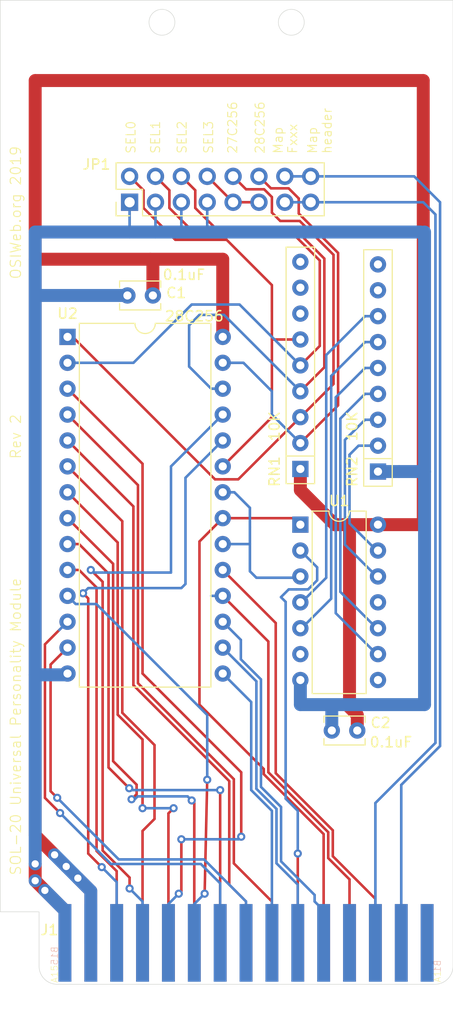
<source format=kicad_pcb>
(kicad_pcb (version 20211014) (generator pcbnew)
  (layers (0 "F.Cu" signal) (31 "B.Cu" signal) (34 "B.Paste" user) (35 "F.Paste" user) (36 "B.SilkS" user "B.Silkscreen") (37 "F.SilkS" user "F.Silkscreen") (38 "B.Mask" user) (39 "F.Mask" user) (44 "Edge.Cuts" user))
  (net 0 "")
  (net 1 "GND")
  (net 2 "+5V")
  (net 3 "Net-(U1-Pad6)")
  (net 4 "Net-(U1-Pad11)")
  (net 5 "Net-(U1-Pad3)")
  (net 6 "/~{C4}")
  (net 7 "Net-(U1-Pad8)")
  (net 8 "/~{C0}")
  (net 9 "/INT4")
  (net 10 "/INT3")
  (net 11 "/INT2")
  (net 12 "/INT1")
  (net 13 "/INT0")
  (net 14 "/A0")
  (net 15 "/A8")
  (net 16 "/A1")
  (net 17 "/A9")
  (net 18 "/A2")
  (net 19 "/A3")
  (net 20 "/A4")
  (net 21 "/A5")
  (net 22 "/A6")
  (net 23 "/INT7")
  (net 24 "/A7")
  (net 25 "/INT6")
  (net 26 "/INT5")
  (net 27 "/BKSEL_0")
  (net 28 "/BKSEL_1")
  (net 29 "/BKSEL_2")
  (net 30 "/BKSEL_3")
  (net 31 "Net-(J1-PadB2)")
  (net 32 "Net-(J1-PadB3)")
  (net 33 "Net-(JP1-Pad12)")
  (net 34 "Net-(JP1-Pad10)")
  (net 35 "Net-(RN2-Pad9)")
  (net 36 "Net-(RN2-Pad8)")
  (net 37 "Net-(RN2-Pad7)")
  (net 38 "Net-(RN2-Pad6)")
  (net 39 "Net-(RN2-Pad5)")
  (net 40 "Net-(RN2-Pad4)")
  (net 41 "Net-(RN2-Pad3)")
  (net 42 "Net-(RN2-Pad2)")
  (net 43 "Net-(RN1-Pad9)")
  (net 44 "Net-(RN1-Pad8)")
  (net 45 "Net-(RN1-Pad7)")
  (footprint "Capacitor_THT:C_Disc_D3.8mm_W2.6mm_P2.50mm" (layer "F.Cu") (at 130.302 80.518 180)
    (fp_text reference "C1" (at -2.286 0.254) (layer "F.SilkS"))
    (fp_text value "0.1uF" (at -3.048 2.032) (layer "F.SilkS"))
    (fp_line (start -0.77 -1.42) (end -0.77 -0.795) (layer "F.SilkS") (width 0.12))
    (fp_line (start -0.77 -1.42) (end 3.27 -1.42) (layer "F.SilkS") (width 0.12))
    (fp_line (start 3.27 -1.42) (end 3.27 -0.795) (layer "F.SilkS") (width 0.12))
    (fp_line (start 3.27 0.795) (end 3.27 1.42) (layer "F.SilkS") (width 0.12))
    (fp_line (start -0.77 0.795) (end -0.77 1.42) (layer "F.SilkS") (width 0.12))
    (fp_line (start -0.77 1.42) (end 3.27 1.42) (layer "F.SilkS") (width 0.12))
    (pad "1" thru_hole circle locked (at 0 0 180) (size 1.6 1.6) (drill 0.8) (layers *.Cu *.Mask) (net 2 "+5V"))
    (pad "2" thru_hole circle locked (at 2.5 0 180) (size 1.6 1.6) (drill 0.8) (layers *.Cu *.Mask) (net 1 "GND"))
  )
  (footprint "personality:edge-sol-personaltiy-2.54-30" (layer "F.Cu") (at 131.826 151.638)
    (fp_text reference "J1" (at -11.684 -8.89) (layer "F.SilkS"))
    (fp_text value "Personality-connector")
    (fp_text user "B15" (at -11.176 -6.35 90) (layer "B.SilkS") (effects (font (size 0.635 0.635) (thickness 0.0508)) (justify mirror)))
    (fp_text user "B1" (at 26.416 -5.334 90) (layer "B.SilkS") (effects (font (size 0.635 0.635) (thickness 0.0508)) (justify mirror)))
    (fp_text user "A15" (at -11.176 -4.572 90) (layer "F.SilkS") (effects (font (size 0.635 0.635) (thickness 0.0508))))
    (fp_text user "A1" (at 26.416 -4.318 90) (layer "F.SilkS") (effects (font (size 0.635 0.635) (thickness 0.0508))))
    (pad "A1" connect rect locked (at 25.4 -7.62) (size 1.27 7.62) (layers "F.Cu" "F.Mask"))
    (pad "A2" connect rect locked (at 22.86 -7.62) (size 1.27 7.62) (layers "F.Cu" "F.Mask"))
    (pad "A3" connect rect locked (at 20.32 -7.62) (size 1.27 7.62) (layers "F.Cu" "F.Mask") (net 23 "/INT7"))
    (pad "A4" connect rect locked (at 17.78 -7.62) (size 1.27 7.62) (layers "F.Cu" "F.Mask") (net 25 "/INT6"))
    (pad "A5" connect rect locked (at 15.24 -7.62) (size 1.27 7.62) (layers "F.Cu" "F.Mask") (net 8 "/~{C0}"))
    (pad "A6" connect rect locked (at 12.7 -7.62) (size 1.27 7.62) (layers "F.Cu" "F.Mask") (net 6 "/~{C4}"))
    (pad "A7" connect rect locked (at 10.16 -7.62) (size 1.27 7.62) (layers "F.Cu" "F.Mask") (net 22 "/A6"))
    (pad "A8" connect rect locked (at 7.62 -7.62) (size 1.27 7.62) (layers "F.Cu" "F.Mask") (net 21 "/A5"))
    (pad "A9" connect rect locked (at 5.08 -7.62) (size 1.27 7.62) (layers "F.Cu" "F.Mask") (net 16 "/A1"))
    (pad "A10" connect rect locked (at 2.54 -7.62) (size 1.27 7.62) (layers "F.Cu" "F.Mask") (net 18 "/A2"))
    (pad "A11" connect rect locked (at 0 -7.62) (size 1.27 7.62) (layers "F.Cu" "F.Mask") (net 19 "/A3"))
    (pad "A12" connect rect locked (at -2.54 -7.62) (size 1.27 7.62) (layers "F.Cu" "F.Mask") (net 20 "/A4"))
    (pad "A13" connect rect locked (at -5.08 -7.62) (size 1.27 7.62) (layers "F.Cu" "F.Mask") (net 14 "/A0"))
    (pad "A14" connect rect locked (at -7.62 -7.62) (size 1.27 7.62) (layers "F.Cu" "F.Mask") (net 2 "+5V"))
    (pad "A15" connect rect locked (at -10.16 -7.62) (size 1.27 7.62) (layers "F.Cu" "F.Mask") (net 1 "GND"))
    (pad "B1" connect rect locked (at 25.4 -7.62) (size 1.27 7.62) (layers "B.Cu" "B.Mask"))
    (pad "B2" connect rect locked (at 22.86 -7.62) (size 1.27 7.62) (layers "B.Cu" "B.Mask") (net 31 "Net-(J1-PadB2)"))
    (pad "B3" connect rect locked (at 20.32 -7.62) (size 1.27 7.62) (layers "B.Cu" "B.Mask") (net 32 "Net-(J1-PadB3)"))
    (pad "B4" connect rect locked (at 17.78 -7.62) (size 1.27 7.62) (layers "B.Cu" "B.Mask"))
    (pad "B5" connect rect locked (at 15.24 -7.62) (size 1.27 7.62) (layers "B.Cu" "B.Mask") (net 26 "/INT5"))
    (pad "B6" connect rect locked (at 12.7 -7.62) (size 1.27 7.62) (layers "B.Cu" "B.Mask") (net 9 "/INT4"))
    (pad "B7" connect rect locked (at 10.16 -7.62) (size 1.27 7.62) (layers "B.Cu" "B.Mask") (net 10 "/INT3"))
    (pad "B8" connect rect locked (at 7.62 -7.62) (size 1.27 7.62) (layers "B.Cu" "B.Mask") (net 11 "/INT2"))
    (pad "B9" connect rect locked (at 5.08 -7.62) (size 1.27 7.62) (layers "B.Cu" "B.Mask") (net 12 "/INT1"))
    (pad "B10" connect rect locked (at 2.54 -7.62) (size 1.27 7.62) (layers "B.Cu" "B.Mask") (net 13 "/INT0"))
    (pad "B11" connect rect locked (at 0 -7.62) (size 1.27 7.62) (layers "B.Cu" "B.Mask") (net 24 "/A7"))
    (pad "B12" connect rect locked (at -2.54 -7.62) (size 1.27 7.62) (layers "B.Cu" "B.Mask") (net 15 "/A8"))
    (pad "B13" connect rect locked (at -5.08 -7.62) (size 1.27 7.62) (layers "B.Cu" "B.Mask") (net 17 "/A9"))
    (pad "B14" connect rect locked (at -7.62 -7.62) (size 1.27 7.62) (layers "B.Cu" "B.Mask") (net 2 "+5V"))
    (pad "B15" connect rect locked (at -10.16 -7.62) (size 1.27 7.62) (layers "B.Cu" "B.Mask") (net 1 "GND"))
  )
  (footprint "Capacitor_THT:C_Disc_D3.8mm_W2.6mm_P2.50mm" (layer "F.Cu") (at 150.368 123.19 180)
    (fp_text reference "C2" (at -2.286 0.762) (layer "F.SilkS"))
    (fp_text value "0.1uF" (at -3.302 -1.143) (layer "F.SilkS"))
    (fp_line (start -0.77 -1.42) (end 3.27 -1.42) (layer "F.SilkS") (width 0.12))
    (fp_line (start 3.27 -1.42) (end 3.27 -0.795) (layer "F.SilkS") (width 0.12))
    (fp_line (start -0.77 0.795) (end -0.77 1.42) (layer "F.SilkS") (width 0.12))
    (fp_line (start -0.77 1.42) (end 3.27 1.42) (layer "F.SilkS") (width 0.12))
    (fp_line (start 3.27 0.795) (end 3.27 1.42) (layer "F.SilkS") (width 0.12))
    (fp_line (start -0.77 -1.42) (end -0.77 -0.795) (layer "F.SilkS") (width 0.12))
    (pad "1" thru_hole circle locked (at 0 0 180) (size 1.6 1.6) (drill 0.8) (layers *.Cu *.Mask) (net 2 "+5V"))
    (pad "2" thru_hole circle locked (at 2.5 0 180) (size 1.6 1.6) (drill 0.8) (layers *.Cu *.Mask) (net 1 "GND"))
  )
  (footprint "Package_DIP:DIP-28_W15.24mm" (layer "F.Cu") (at 121.92 84.582)
    (fp_text reference "U2" (at 0 -2.286) (layer "F.SilkS"))
    (fp_text value "28C256" (at 12.446 -2.032) (layer "F.SilkS"))
    (fp_text user "${REFERENCE}" (at 0 -2.286) (layer "F.SilkS"))
    (fp_line (start 14.08 -1.33) (end 8.62 -1.33) (layer "F.SilkS") (width 0.12))
    (fp_line (start 14.08 34.35) (end 14.08 -1.33) (layer "F.SilkS") (width 0.12))
    (fp_line (start 1.16 34.35) (end 14.08 34.35) (layer "F.SilkS") (width 0.12))
    (fp_line (start 1.16 -1.33) (end 1.16 34.35) (layer "F.SilkS") (width 0.12))
    (fp_line (start 6.62 -1.33) (end 1.16 -1.33) (layer "F.SilkS") (width 0.12))
    (fp_arc (start 8.62 -1.33) (mid 7.62 -0.33) (end 6.62 -1.33) (layer "F.SilkS") (width 0.12))
    (pad "1" thru_hole rect locked (at 0 0) (size 1.6 1.6) (drill 0.8) (layers *.Cu *.Mask) (net 34 "Net-(JP1-Pad10)"))
    (pad "2" thru_hole oval locked (at 0 2.54) (size 1.6 1.6) (drill 0.8) (layers *.Cu *.Mask) (net 28 "/BKSEL_1"))
    (pad "3" thru_hole oval locked (at 0 5.08) (size 1.6 1.6) (drill 0.8) (layers *.Cu *.Mask) (net 24 "/A7"))
    (pad "4" thru_hole oval locked (at 0 7.62) (size 1.6 1.6) (drill 0.8) (layers *.Cu *.Mask) (net 22 "/A6"))
    (pad "5" thru_hole oval locked (at 0 10.16) (size 1.6 1.6) (drill 0.8) (layers *.Cu *.Mask) (net 21 "/A5"))
    (pad "6" thru_hole oval locked (at 0 12.7) (size 1.6 1.6) (drill 0.8) (layers *.Cu *.Mask) (net 20 "/A4"))
    (pad "7" thru_hole oval locked (at 0 15.24) (size 1.6 1.6) (drill 0.8) (layers *.Cu *.Mask) (net 19 "/A3"))
    (pad "8" thru_hole oval locked (at 0 17.78) (size 1.6 1.6) (drill 0.8) (layers *.Cu *.Mask) (net 18 "/A2"))
    (pad "9" thru_hole oval locked (at 0 20.32) (size 1.6 1.6) (drill 0.8) (layers *.Cu *.Mask) (net 16 "/A1"))
    (pad "10" thru_hole oval locked (at 0 22.86) (size 1.6 1.6) (drill 0.8) (layers *.Cu *.Mask) (net 14 "/A0"))
    (pad "11" thru_hole oval locked (at 0 25.4) (size 1.6 1.6) (drill 0.8) (layers *.Cu *.Mask) (net 13 "/INT0"))
    (pad "12" thru_hole oval locked (at 0 27.94) (size 1.6 1.6) (drill 0.8) (layers *.Cu *.Mask) (net 12 "/INT1"))
    (pad "13" thru_hole oval locked (at 0 30.48) (size 1.6 1.6) (drill 0.8) (layers *.Cu *.Mask) (net 11 "/INT2"))
    (pad "14" thru_hole oval locked (at 0 33.02) (size 1.6 1.6) (drill 0.8) (layers *.Cu *.Mask) (net 1 "GND"))
    (pad "15" thru_hole oval locked (at 15.24 33.02) (size 1.6 1.6) (drill 0.8) (layers *.Cu *.Mask) (net 10 "/INT3"))
    (pad "16" thru_hole oval locked (at 15.24 30.48) (size 1.6 1.6) (drill 0.8) (layers *.Cu *.Mask) (net 9 "/INT4"))
    (pad "17" thru_hole oval locked (at 15.24 27.94) (size 1.6 1.6) (drill 0.8) (layers *.Cu *.Mask) (net 26 "/INT5"))
    (pad "18" thru_hole oval locked (at 15.24 25.4) (size 1.6 1.6) (drill 0.8) (layers *.Cu *.Mask) (net 25 "/INT6"))
    (pad "19" thru_hole oval locked (at 15.24 22.86) (size 1.6 1.6) (drill 0.8) (layers *.Cu *.Mask) (net 23 "/INT7"))
    (pad "20" thru_hole oval locked (at 15.24 20.32) (size 1.6 1.6) (drill 0.8) (layers *.Cu *.Mask) (net 5 "Net-(U1-Pad3)"))
    (pad "21" thru_hole oval locked (at 15.24 17.78) (size 1.6 1.6) (drill 0.8) (layers *.Cu *.Mask) (net 8 "/~{C0}"))
    (pad "22" thru_hole oval locked (at 15.24 15.24) (size 1.6 1.6) (drill 0.8) (layers *.Cu *.Mask) (net 5 "Net-(U1-Pad3)"))
    (pad "23" thru_hole oval locked (at 15.24 12.7) (size 1.6 1.6) (drill 0.8) (layers *.Cu *.Mask) (net 27 "/BKSEL_0"))
    (pad "24" thru_hole oval locked (at 15.24 10.16) (size 1.6 1.6) (drill 0.8) (layers *.Cu *.Mask) (net 17 "/A9"))
    (pad "25" thru_hole oval locked (at 15.24 7.62) (size 1.6 1.6) (drill 0.8) (layers *.Cu *.Mask) (net 15 "/A8"))
    (pad "26" thru_hole oval locked (at 15.24 5.08) (size 1.6 1.6) (drill 0.8) (layers *.Cu *.Mask) (net 29 "/BKSEL_2"))
    (pad "27" thru_hole oval locked (at 15.24 2.54) (size 1.6 1.6) (drill 0.8) (layers *.Cu *.Mask) (net 33 "Net-(JP1-Pad12)"))
    (pad "28" thru_hole oval locked (at 15.24 0) (size 1.6 1.6) (drill 0.8) (layers *.Cu *.Mask) (net 2 "+5V"))
  )
  (footprint "Package_DIP:DIP-14_W7.62mm" (layer "F.Cu") (at 144.78 102.997)
    (fp_text reference "U1" (at 3.81 -2.33) (layer "F.SilkS"))
    (fp_text value "74LS08")
    (fp_line (start 1.16 16.57) (end 6.46 16.57) (layer "F.SilkS") (width 0.12))
    (fp_line (start 6.46 -1.33) (end 4.81 -1.33) (layer "F.SilkS") (width 0.12))
    (fp_line (start 2.81 -1.33) (end 1.16 -1.33) (layer "F.SilkS") (width 0.12))
    (fp_line (start 6.46 16.57) (end 6.46 -1.33) (layer "F.SilkS") (width 0.12))
    (fp_line (start 1.16 -1.33) (end 1.16 16.57) (layer "F.SilkS") (width 0.12))
    (fp_arc (start 4.81 -1.33) (mid 3.81 -0.33) (end 2.81 -1.33) (layer "F.SilkS") (width 0.12))
    (pad "1" thru_hole rect locked (at 0 0) (size 1.6 1.6) (drill 0.8) (layers *.Cu *.Mask) (net 8 "/~{C0}"))
    (pad "2" thru_hole oval locked (at 0 2.54) (size 1.6 1.6) (drill 0.8) (layers *.Cu *.Mask) (net 6 "/~{C4}"))
    (pad "3" thru_hole oval locked (at 0 5.08) (size 1.6 1.6) (drill 0.8) (layers *.Cu *.Mask) (net 5 "Net-(U1-Pad3)"))
    (pad "4" thru_hole oval locked (at 0 7.62) (size 1.6 1.6) (drill 0.8) (layers *.Cu *.Mask) (net 37 "Net-(RN2-Pad7)"))
    (pad "5" thru_hole oval locked (at 0 10.16) (size 1.6 1.6) (drill 0.8) (layers *.Cu *.Mask) (net 38 "Net-(RN2-Pad6)"))
    (pad "6" thru_hole oval locked (at 0 12.7) (size 1.6 1.6) (drill 0.8) (layers *.Cu *.Mask) (net 3 "Net-(U1-Pad6)"))
    (pad "7" thru_hole oval locked (at 0 15.24) (size 1.6 1.6) (drill 0.8) (layers *.Cu *.Mask) (net 1 "GND"))
    (pad "8" thru_hole oval locked (at 7.62 15.24) (size 1.6 1.6) (drill 0.8) (layers *.Cu *.Mask) (net 7 "Net-(U1-Pad8)"))
    (pad "9" thru_hole oval locked (at 7.62 12.7) (size 1.6 1.6) (drill 0.8) (layers *.Cu *.Mask) (net 39 "Net-(RN2-Pad5)"))
    (pad "10" thru_hole oval locked (at 7.62 10.16) (size 1.6 1.6) (drill 0.8) (layers *.Cu *.Mask) (net 40 "Net-(RN2-Pad4)"))
    (pad "11" thru_hole oval locked (at 7.62 7.62) (size 1.6 1.6) (drill 0.8) (layers *.Cu *.Mask) (net 4 "Net-(U1-Pad11)"))
    (pad "12" thru_hole oval locked (at 7.62 5.08) (size 1.6 1.6) (drill 0.8) (layers *.Cu *.Mask) (net 41 "Net-(RN2-Pad3)"))
    (pad "13" thru_hole oval locked (at 7.62 2.54) (size 1.6 1.6) (drill 0.8) (layers *.Cu *.Mask) (net 42 "Net-(RN2-Pad2)"))
    (pad "14" thru_hole oval locked (at 7.62 0) (size 1.6 1.6) (drill 0.8) (layers *.Cu *.Mask) (net 2 "+5V"))
  )
  (footprint "Resistor_THT:R_Array_SIP9" (layer "F.Cu") (at 152.4 97.79 90)
    (fp_text reference "RN2" (at 0 -2.54 270) (layer "F.SilkS"))
    (fp_text value "10K" (at 4.445 -2.54 90) (layer "F.SilkS"))
    (fp_line (start 1.27 -1.4) (end 1.27 1.4) (layer "F.SilkS") (width 0.12))
    (fp_line (start 21.76 -1.4) (end -1.44 -1.4) (layer "F.SilkS") (width 0.12))
    (fp_line (start -1.44 -1.4) (end -1.44 1.4) (layer "F.SilkS") (width 0.12))
    (fp_line (start 21.76 1.4) (end 21.76 -1.4) (layer "F.SilkS") (width 0.12))
    (fp_line (start -1.44 1.4) (end 21.76 1.4) (layer "F.SilkS") (width 0.12))
    (pad "1" thru_hole rect locked (at 0 0 90) (size 1.6 1.6) (drill 0.8) (layers *.Cu *.Mask) (net 1 "GND"))
    (pad "2" thru_hole oval locked (at 2.54 0 90) (size 1.6 1.6) (drill 0.8) (layers *.Cu *.Mask) (net 42 "Net-(RN2-Pad2)"))
    (pad "3" thru_hole oval locked (at 5.08 0 90) (size 1.6 1.6) (drill 0.8) (layers *.Cu *.Mask) (net 41 "Net-(RN2-Pad3)"))
    (pad "4" thru_hole oval locked (at 7.62 0 90) (size 1.6 1.6) (drill 0.8) (layers *.Cu *.Mask) (net 40 "Net-(RN2-Pad4)"))
    (pad "5" thru_hole oval locked (at 10.16 0 90) (size 1.6 1.6) (drill 0.8) (layers *.Cu *.Mask) (net 39 "Net-(RN2-Pad5)"))
    (pad "6" thru_hole oval locked (at 12.7 0 90) (size 1.6 1.6) (drill 0.8) (layers *.Cu *.Mask) (net 38 "Net-(RN2-Pad6)"))
    (pad "7" thru_hole oval locked (at 15.24 0 90) (size 1.6 1.6) (drill 0.8) (layers *.Cu *.Mask) (net 37 "Net-(RN2-Pad7)"))
    (pad "8" thru_hole oval locked (at 17.78 0 90) (size 1.6 1.6) (drill 0.8) (layers *.Cu *.Mask) (net 36 "Net-(RN2-Pad8)"))
    (pad "9" thru_hole oval locked (at 20.32 0 90) (size 1.6 1.6) (drill 0.8) (layers *.Cu *.Mask) (net 35 "Net-(RN2-Pad9)"))
  )
  (footprint "Resistor_THT:R_Array_SIP9" (layer "F.Cu") (at 144.78 97.536 90)
    (fp_text reference "RN1" (at -0.254 -2.54 270) (layer "F.SilkS"))
    (fp_text value "10K" (at 4.191 -2.54 90) (layer "F.SilkS"))
    (fp_line (start 21.76 -1.4) (end -1.44 -1.4) (layer "F.SilkS") (width 0.12))
    (fp_line (start 21.76 1.4) (end 21.76 -1.4) (layer "F.SilkS") (width 0.12))
    (fp_line (start -1.44 1.4) (end 21.76 1.4) (layer "F.SilkS") (width 0.12))
    (fp_line (start 1.27 -1.4) (end 1.27 1.4) (layer "F.SilkS") (width 0.12))
    (fp_line (start -1.44 -1.4) (end -1.44 1.4) (layer "F.SilkS") (width 0.12))
    (pad "1" thru_hole rect locked (at 0 0 90) (size 1.6 1.6) (drill 0.8) (layers *.Cu *.Mask) (net 2 "+5V"))
    (pad "2" thru_hole oval locked (at 2.54 0 90) (size 1.6 1.6) (drill 0.8) (layers *.Cu *.Mask) (net 33 "Net-(JP1-Pad12)"))
    (pad "3" thru_hole oval locked (at 5.08 0 90) (size 1.6 1.6) (drill 0.8) (layers *.Cu *.Mask) (net 34 "Net-(JP1-Pad10)"))
    (pad "4" thru_hole oval locked (at 7.62 0 90) (size 1.6 1.6) (drill 0.8) (layers *.Cu *.Mask) (net 29 "/BKSEL_2"))
    (pad "5" thru_hole oval locked (at 10.16 0 90) (size 1.6 1.6) (drill 0.8) (layers *.Cu *.Mask) (net 28 "/BKSEL_1"))
    (pad "6" thru_hole oval locked (at 12.7 0 90) (size 1.6 1.6) (drill 0.8) (layers *.Cu *.Mask) (net 27 "/BKSEL_0"))
    (pad "7" thru_hole oval locked (at 15.24 0 90) (size 1.6 1.6) (drill 0.8) (layers *.Cu *.Mask) (net 45 "Net-(RN1-Pad7)"))
    (pad "8" thru_hole oval locked (at 17.78 0 90) (size 1.6 1.6) (drill 0.8) (layers *.Cu *.Mask) (net 44 "Net-(RN1-Pad8)"))
    (pad "9" thru_hole oval locked (at 20.32 0 90) (size 1.6 1.6) (drill 0.8) (layers *.Cu *.Mask) (net 43 "Net-(RN1-Pad9)"))
  )
  (footprint "Connector_PinHeader_2.54mm:PinHeader_2x08_P2.54mm_Vertical" (layer "F.Cu") (at 128.016 71.374 90)
    (fp_text reference "JP1" (at 3.7084 -3.2512 180) (layer "F.SilkS"))
    (fp_text value "JP_block_8")
    (fp_line (start -1.33 -1.33) (end 0 -1.33) (layer "F.SilkS") (width 0.12))
    (fp_line (start -1.33 19.11) (end 3.87 19.11) (layer "F.SilkS") (width 0.12))
    (fp_line (start -1.33 1.27) (end 1.27 1.27) (layer "F.SilkS") (width 0.12))
    (fp_line (start -1.33 1.27) (end -1.33 19.11) (layer "F.SilkS") (width 0.12))
    (fp_line (start 1.27 1.27) (end 1.27 -1.33) (layer "F.SilkS") (width 0.12))
    (fp_line (start 1.27 -1.33) (end 3.87 -1.33) (layer "F.SilkS") (width 0.12))
    (fp_line (start 3.87 -1.33) (end 3.87 19.11) (layer "F.SilkS") (width 0.12))
    (fp_line (start -1.33 0) (end -1.33 -1.33) (layer "F.SilkS") (width 0.12))
    (pad "1" thru_hole rect locked (at 0 0 90) (size 1.7 1.7) (drill 1) (layers *.Cu *.Mask) (net 1 "GND"))
    (pad "2" thru_hole oval locked (at 2.54 0 90) (size 1.7 1.7) (drill 1) (layers *.Cu *.Mask) (net 27 "/BKSEL_0"))
    (pad "3" thru_hole oval locked (at 0 2.54 90) (size 1.7 1.7) (drill 1) (layers *.Cu *.Mask) (net 1 "GND"))
    (pad "4" thru_hole oval locked (at 2.54 2.54 90) (size 1.7 1.7) (drill 1) (layers *.Cu *.Mask) (net 28 "/BKSEL_1"))
    (pad "5" thru_hole oval locked (at 0 5.08 90) (size 1.7 1.7) (drill 1) (layers *.Cu *.Mask) (net 1 "GND"))
    (pad "6" thru_hole oval locked (at 2.54 5.08 90) (size 1.7 1.7) (drill 1) (layers *.Cu *.Mask) (net 29 "/BKSEL_2"))
    (pad "7" thru_hole oval locked (at 0 7.62 90) (size 1.7 1.7) (drill 1) (layers *.Cu *.Mask) (net 1 "GND"))
    (pad "8" thru_hole oval locked (at 2.54 7.62 90) (size 1.7 1.7) (drill 1) (layers *.Cu *.Mask) (net 30 "/BKSEL_3"))
    (pad "9" thru_hole oval locked (at 0 10.16 90) (size 1.7 1.7) (drill 1) (layers *.Cu *.Mask) (net 30 "/BKSEL_3"))
    (pad "10" thru_hole oval locked (at 2.54 10.16 90) (size 1.7 1.7) (drill 1) (layers *.Cu *.Mask) (net 34 "Net-(JP1-Pad10)"))
    (pad "11" thru_hole oval locked (at 0 12.7 90) (size 1.7 1.7) (drill 1) (layers *.Cu *.Mask) (net 30 "/BKSEL_3"))
    (pad "12" thru_hole oval locked (at 2.54 12.7 90) (size 1.7 1.7) (drill 1) (layers *.Cu *.Mask) (net 33 "Net-(JP1-Pad12)"))
    (pad "13" thru_hole oval locked (at 0 15.24 90) (size 1.7 1.7) (drill 1) (layers *.Cu *.Mask) (net 32 "Net-(J1-PadB3)"))
    (pad "14" thru_hole oval locked (at 2.54 15.24 90) (size 1.7 1.7) (drill 1) (layers *.Cu *.Mask) (net 31 "Net-(J1-PadB2)"))
    (pad "15" thru_hole oval locked (at 0 17.78 90) (size 1.7 1.7) (drill 1) (layers *.Cu *.Mask) (net 32 "Net-(J1-PadB3)"))
    (pad "16" thru_hole oval locked (at 2.54 17.78 90) (size 1.7 1.7) (drill 1) (layers *.Cu *.Mask) (net 31 "Net-(J1-PadB2)"))
  )
  (gr_circle (center 131.191 53.721) (end 132.461 53.721) (layer "Edge.Cuts") (width 0.05) (fill none))
  (gr_circle (center 143.891 53.721) (end 145.161 53.721) (layer "Edge.Cuts") (width 0.05) (fill none))
  (gr_poly (pts (arc (start 119.126 146.304) (mid 119.646764 147.561236) (end 120.904 148.082)) (arc (start 157.988 148.082) (mid 159.245236 147.561236) (end 159.766 146.304)) (xy 159.766 51.562) (xy 115.316 51.562) (xy 115.316 140.97) (xy 119.126 140.97)) (layer "Edge.Cuts") (width 0.05) (fill none))
  (gr_text "Rev 2\n" (at 116.84 94.361 90) (layer "F.SilkS") (effects (font (size 1.016 1.016) (thickness 0.1016))))
  (gr_text "27C256" (at 138.1252 66.675 90) (layer "F.SilkS") (effects (font (size 0.889 0.889) (thickness 0.1016)) (justify left)))
  (gr_text "28C256" (at 140.8176 66.675 90) (layer "F.SilkS") (effects (font (size 0.889 0.889) (thickness 0.1016)) (justify left)))
  (gr_text "SEL1" (at 130.556 66.675 90) (layer "F.SilkS") (effects (font (size 0.889 0.889) (thickness 0.1016)) (justify left)))
  (gr_text "SEL3" (at 135.763 66.675 90) (layer "F.SilkS") (effects (font (size 0.889 0.889) (thickness 0.1016)) (justify left)))
  (gr_text "Map \nFxxx" (at 143.3068 66.675 90) (layer "F.SilkS") (effects (font (size 0.889 0.889) (thickness 0.1016)) (justify left)))
  (gr_text "SEL0" (at 128.143 66.675 90) (layer "F.SilkS") (effects (font (size 0.889 0.889) (thickness 0.1016)) (justify left)))
  (gr_text "SEL2" (at 133.1595 66.675 90) (layer "F.SilkS") (effects (font (size 0.889 0.889) (thickness 0.1016)) (justify left)))
  (gr_text "Map \nheader" (at 146.685 66.675 90) (layer "F.SilkS") (effects (font (size 0.889 0.889) (thickness 0.1016)) (justify left)))
  (gr_text "OSIWeb.org 2019" (at 116.84 72.39 90) (layer "F.SilkS") (effects (font (size 1.016 1.016) (thickness 0.1016))))
  (gr_text "SOL-20 Universal Personality Module" (at 116.84 122.809 90) (layer "F.SilkS") (effects (font (size 1.016 1.016) (thickness 0.1016))))
  (segment (start 119.6975 138.8745) (end 118.745 137.922) (width 1.27) (layer "F.Cu") (net 1))
  (segment (start 118.745 137.922) (end 118.745 136.271) (width 1.27) (layer "F.Cu") (net 1))
  (segment (start 121.666 144.018) (end 121.666 140.843) (width 1.27) (layer "F.Cu") (net 1))
  (segment (start 121.666 140.843) (end 119.6975 138.8745) (width 1.27) (layer "F.Cu") (net 1))
  (segment (start 121.793 117.729) (end 121.92 117.602) (width 1.27) (layer "F.Cu") (net 1))
  (via (at 119.6975 138.8745) (size 1.27) (drill 0.7112) (layers "F.Cu" "B.Cu") (net 1))
  (via (at 118.745 137.922) (size 1.27) (drill 0.7112) (layers "F.Cu" "B.Cu") (net 1))
  (via (at 118.745 136.271) (size 1.27) (drill 0.7112) (layers "F.Cu" "B.Cu") (net 1))
  (segment (start 118.745 137.922) (end 118.745 137.922) (width 1.27) (layer "B.Cu") (net 1))
  (segment (start 118.745 136.271) (end 118.745 117.729) (width 1.27) (layer "B.Cu") (net 1))
  (segment (start 156.972 120.65) (end 144.78 120.65) (width 1.27) (layer "B.Cu") (net 1))
  (segment (start 118.745 117.729) (end 121.793 117.729) (width 1.27) (layer "B.Cu") (net 1))
  (segment (start 144.78 120.65) (end 144.78 118.364) (width 1.27) (layer "B.Cu") (net 1))
  (segment (start 156.972 74.295) (end 156.972 97.79) (width 1.27) (layer "B.Cu") (net 1))
  (segment (start 118.745 117.729) (end 118.745 74.295) (width 1.27) (layer "B.Cu") (net 1))
  (segment (start 152.4 97.79) (end 154.47 97.79) (width 1.27) (layer "B.Cu") (net 1))
  (segment (start 130.556 74.295) (end 130.556 71.374) (width 0.254) (layer "B.Cu") (net 1))
  (segment (start 128.016 72.478) (end 128.016 74.295) (width 0.254) (layer "B.Cu") (net 1))
  (segment (start 135.763 74.295) (end 135.636 74.168) (width 0.254) (layer "B.Cu") (net 1))
  (segment (start 128.016 74.295) (end 130.556 74.295) (width 1.27) (layer "B.Cu") (net 1))
  (segment (start 127.802 80.518) (end 118.872 80.518) (width 1.27) (layer "B.Cu") (net 1))
  (segment (start 130.556 74.295) (end 133.096 74.295) (width 1.27) (layer "B.Cu") (net 1))
  (segment (start 128.016 71.374) (end 128.016 72.478) (width 0.254) (layer "B.Cu") (net 1))
  (segment (start 118.745 74.295) (end 128.016 74.295) (width 1.27) (layer "B.Cu") (net 1))
  (segment (start 154.47 97.79) (end 156.972 97.79) (width 1.27) (layer "B.Cu") (net 1))
  (segment (start 156.972 97.79) (end 156.972 120.65) (width 1.27) (layer "B.Cu") (net 1))
  (segment (start 135.763 74.295) (end 156.591 74.295) (width 1.27) (layer "B.Cu") (net 1))
  (segment (start 133.096 74.295) (end 135.763 74.295) (width 1.27) (layer "B.Cu") (net 1))
  (segment (start 147.868 121.198) (end 147.868 123.19) (width 1.27) (layer "B.Cu") (net 1))
  (segment (start 121.666 144.018) (end 121.666 140.843) (width 1.27) (layer "B.Cu") (net 1))
  (segment (start 135.636 74.168) (end 135.636 71.374) (width 0.254) (layer "B.Cu") (net 1))
  (segment (start 133.096 74.295) (end 133.096 71.374) (width 0.254) (layer "B.Cu") (net 1))
  (segment (start 121.666 140.843) (end 119.6975 138.8745) (width 1.27) (layer "B.Cu") (net 1))
  (segment (start 124.206 144.018) (end 124.206 138.938) (width 1.27) (layer "F.Cu") (net 2))
  (segment (start 130.048 76.962) (end 118.745 76.962) (width 1.27) (layer "F.Cu") (net 2))
  (segment (start 152.4 102.997) (end 148.209 102.997) (width 1.27) (layer "F.Cu") (net 2))
  (segment (start 137.16 84.582) (end 137.16 76.962) (width 1.27) (layer "F.Cu") (net 2))
  (segment (start 144.78 97.536) (end 144.78 99.606) (width 1.27) (layer "F.Cu") (net 2))
  (segment (start 120.65 135.382) (end 118.745 133.477) (width 1.27) (layer "F.Cu") (net 2))
  (segment (start 149.606 120.904) (end 149.606 102.997) (width 1.27) (layer "F.Cu") (net 2))
  (segment (start 150.368 123.19) (end 150.368 121.666) (width 1.27) (layer "F.Cu") (net 2))
  (segment (start 124.206 138.938) (end 122.936 137.668) (width 1.27) (layer "F.Cu") (net 2))
  (segment (start 156.845 102.997) (end 152.4 102.997) (width 1.27) (layer "F.Cu") (net 2))
  (segment (start 156.845 59.436) (end 156.845 102.997) (width 1.27) (layer "F.Cu") (net 2))
  (segment (start 144.78 99.606) (end 148.19 103.016) (width 1.27) (layer "F.Cu") (net 2))
  (segment (start 148.209 102.997) (end 148.19 103.016) (width 1.27) (layer "F.Cu") (net 2))
  (segment (start 137.16 76.962) (end 130.048 76.962) (width 1.27) (layer "F.Cu") (net 2))
  (segment (start 118.745 133.477) (end 118.745 59.436) (width 1.27) (layer "F.Cu") (net 2))
  (segment (start 150.368 121.666) (end 149.606 120.904) (width 1.27) (layer "F.Cu") (net 2))
  (segment (start 118.745 59.436) (end 156.845 59.436) (width 1.27) (layer "F.Cu") (net 2))
  (segment (start 152.4 102.997) (end 151.26863 102.997) (width 1.27) (layer "F.Cu") (net 2))
  (segment (start 130.302 80.518) (end 130.302 77.216) (width 1.27) (layer "F.Cu") (net 2))
  (via (at 121.793 136.525) (size 1.27) (drill 0.7112) (layers "F.Cu" "B.Cu") (net 2))
  (via (at 122.936 137.668) (size 1.27) (drill 0.7112) (layers "F.Cu" "B.Cu") (net 2))
  (via (at 120.65 135.382) (size 1.27) (drill 0.7112) (layers "F.Cu" "B.Cu") (net 2))
  (segment (start 121.793 136.525) (end 120.65 135.382) (width 1.27) (layer "B.Cu") (net 2))
  (segment (start 124.206 138.938) (end 122.936 137.668) (width 1.27) (layer "B.Cu") (net 2))
  (segment (start 122.936 137.668) (end 121.793 136.525) (width 1.27) (layer "B.Cu") (net 2))
  (segment (start 124.206 144.018) (end 124.206 138.938) (width 1.27) (layer "B.Cu") (net 2))
  (segment (start 138.303 99.822) (end 139.827 101.346) (width 0.254) (layer "B.Cu") (net 5))
  (segment (start 140.462 108.204) (end 139.827 107.569) (width 0.254) (layer "B.Cu") (net 5))
  (segment (start 139.827 104.902) (end 137.16 104.902) (width 0.254) (layer "B.Cu") (net 5))
  (segment (start 144.78 108.204) (end 140.462 108.204) (width 0.254) (layer "B.Cu") (net 5))
  (segment (start 139.827 101.346) (end 139.827 103.251) (width 0.254) (layer "B.Cu") (net 5))
  (segment (start 137.16 99.822) (end 138.303 99.822) (width 0.254) (layer "B.Cu") (net 5))
  (segment (start 139.827 103.251) (end 139.827 107.569) (width 0.254) (layer "B.Cu") (net 5))
  (segment (start 144.526 135.255) (end 144.526 144.018) (width 0.25) (layer "F.Cu") (net 6))
  (via (at 144.526 135.255) (size 0.8) (drill 0.4) (layers "F.Cu" "B.Cu") (net 6))
  (segment (start 146.431 108.45659) (end 145.54059 109.347) (width 0.25) (layer "B.Cu") (net 6))
  (segment (start 144.384998 109.347) (end 143.637 109.347) (width 0.25) (layer "B.Cu") (net 6))
  (segment (start 144.526 131.064) (end 144.526 135.255) (width 0.25) (layer "B.Cu") (net 6))
  (segment (start 143.336031 110.570031) (end 143.336031 129.874031) (width 0.25) (layer "B.Cu") (net 6))
  (segment (start 143.637 109.347) (end 142.875 110.109) (width 0.25) (layer "B.Cu") (net 6))
  (segment (start 144.78 105.537) (end 145.579999 106.336999) (width 0.25) (layer "B.Cu") (net 6))
  (segment (start 143.336031 129.874031) (end 144.526 131.064) (width 0.25) (layer "B.Cu") (net 6))
  (segment (start 145.54059 109.347) (end 144.384998 109.347) (width 0.25) (layer "B.Cu") (net 6))
  (segment (start 142.875 110.109) (end 143.336031 110.570031) (width 0.25) (layer "B.Cu") (net 6))
  (segment (start 146.431 107.188) (end 146.431 108.45659) (width 0.25) (layer "B.Cu") (net 6))
  (segment (start 145.579999 106.336999) (end 146.431 107.188) (width 0.25) (layer "B.Cu") (net 6))
  (segment (start 137.16 102.362) (end 144.018 102.362) (width 0.25) (layer "F.Cu") (net 8))
  (segment (start 141.187011 127.471011) (end 141.187011 126.963011) (width 0.25) (layer "F.Cu") (net 8))
  (segment (start 147.066 133.35) (end 141.187011 127.471011) (width 0.25) (layer "F.Cu") (net 8))
  (segment (start 141.187011 126.963011) (end 134.874 120.65) (width 0.25) (layer "F.Cu") (net 8))
  (segment (start 134.874 104.648) (end 137.16 102.362) (width 0.25) (layer "F.Cu") (net 8))
  (segment (start 144.018 102.362) (end 144.78 103.124) (width 0.25) (layer "F.Cu") (net 8))
  (segment (start 147.066 144.018) (end 147.066 133.35) (width 0.25) (layer "F.Cu") (net 8))
  (segment (start 134.874 120.65) (end 134.874 104.648) (width 0.25) (layer "F.Cu") (net 8))
  (segment (start 142.436011 136.211602) (end 142.436011 130.8776) (width 0.25) (layer "B.Cu") (net 9))
  (segment (start 140.462 118.364) (end 137.959999 115.861999) (width 0.25) (layer "B.Cu") (net 9))
  (segment (start 144.526 144.018) (end 144.526 138.301591) (width 0.25) (layer "B.Cu") (net 9))
  (segment (start 144.526 138.301591) (end 142.436011 136.211602) (width 0.25) (layer "B.Cu") (net 9))
  (segment (start 142.436011 130.8776) (end 140.462 128.90359) (width 0.25) (layer "B.Cu") (net 9))
  (segment (start 140.462 128.90359) (end 140.462 118.364) (width 0.25) (layer "B.Cu") (net 9))
  (segment (start 137.959999 115.861999) (end 137.16 115.062) (width 0.25) (layer "B.Cu") (net 9))
  (segment (start 139.954 120.396) (end 137.16 117.602) (width 0.25) (layer "B.Cu") (net 10))
  (segment (start 141.986 131.064) (end 139.954 129.032) (width 0.25) (layer "B.Cu") (net 10))
  (segment (start 139.954 129.032) (end 139.954 120.396) (width 0.25) (layer "B.Cu") (net 10))
  (segment (start 141.986 144.018) (end 141.986 131.064) (width 0.25) (layer "B.Cu") (net 10))
  (segment (start 120.25798 129.13866) (end 120.508006 129.388686) (width 0.25) (layer "F.Cu") (net 11))
  (segment (start 120.508006 129.388686) (end 120.908005 129.788685) (width 0.25) (layer "F.Cu") (net 11))
  (segment (start 121.92 115.062) (end 120.25798 116.72402) (width 0.25) (layer "F.Cu") (net 11))
  (segment (start 120.25798 116.72402) (end 120.25798 129.13866) (width 0.25) (layer "F.Cu") (net 11))
  (via (at 120.908005 129.788685) (size 0.8) (drill 0.4) (layers "F.Cu" "B.Cu") (net 11))
  (segment (start 121.308004 130.188684) (end 120.908005 129.788685) (width 0.25) (layer "B.Cu") (net 11))
  (segment (start 139.446 139.958) (end 135.320011 135.832011) (width 0.25) (layer "B.Cu") (net 11))
  (segment (start 126.951331 135.832011) (end 121.308004 130.188684) (width 0.25) (layer "B.Cu") (net 11))
  (segment (start 135.320011 135.832011) (end 126.951331 135.832011) (width 0.25) (layer "B.Cu") (net 11))
  (segment (start 139.446 144.018) (end 139.446 139.958) (width 0.25) (layer "B.Cu") (net 11))
  (segment (start 121.120001 113.321999) (end 121.92 112.522) (width 0.25) (layer "F.Cu") (net 12))
  (segment (start 121.192294 131.283706) (end 119.705011 129.796423) (width 0.25) (layer "F.Cu") (net 12))
  (segment (start 119.705011 114.736989) (end 121.120001 113.321999) (width 0.25) (layer "F.Cu") (net 12))
  (segment (start 119.705011 129.796423) (end 119.705011 114.736989) (width 0.25) (layer "F.Cu") (net 12))
  (via (at 121.192294 131.283706) (size 0.8) (drill 0.4) (layers "F.Cu" "B.Cu") (net 12))
  (segment (start 136.906 138.176) (end 135.012022 136.282022) (width 0.25) (layer "B.Cu") (net 12))
  (segment (start 136.906 144.018) (end 136.906 138.176) (width 0.25) (layer "B.Cu") (net 12))
  (segment (start 135.012022 136.282022) (end 126.19061 136.282022) (width 0.25) (layer "B.Cu") (net 12))
  (segment (start 121.120001 113.321999) (end 121.92 112.522) (width 0.25) (layer "B.Cu") (net 12))
  (segment (start 126.19061 136.282022) (end 121.192294 131.283706) (width 0.25) (layer "B.Cu") (net 12))
  (segment (start 135.382 139.192) (end 135.636 128.016002) (width 0.25) (layer "F.Cu") (net 13))
  (segment (start 135.636 128.016002) (end 135.636002 128.016) (width 0.25) (layer "F.Cu") (net 13))
  (via (at 135.636002 128.016) (size 0.8) (drill 0.4) (layers "F.Cu" "B.Cu") (net 13))
  (via (at 135.382 139.192) (size 0.8) (drill 0.4) (layers "F.Cu" "B.Cu") (net 13))
  (segment (start 124.751999 110.781999) (end 135.636002 121.666002) (width 0.25) (layer "B.Cu") (net 13))
  (segment (start 122.719999 110.781999) (end 124.751999 110.781999) (width 0.25) (layer "B.Cu") (net 13))
  (segment (start 134.366 140.208) (end 134.366 144.018) (width 0.25) (layer "B.Cu") (net 13))
  (segment (start 135.636002 121.666002) (end 135.636002 127.450315) (width 0.25) (layer "B.Cu") (net 13))
  (segment (start 135.382 139.192) (end 134.366 140.208) (width 0.25) (layer "B.Cu") (net 13))
  (segment (start 135.636002 127.450315) (end 135.636002 128.016) (width 0.25) (layer "B.Cu") (net 13))
  (segment (start 121.92 109.982) (end 122.719999 110.781999) (width 0.25) (layer "B.Cu") (net 13))
  (segment (start 124.771989 109.162619) (end 123.05137 107.442) (width 0.25) (layer "F.Cu") (net 14))
  (segment (start 126.746 136.981409) (end 124.771989 135.007398) (width 0.25) (layer "F.Cu") (net 14))
  (segment (start 123.05137 107.442) (end 121.92 107.442) (width 0.25) (layer "F.Cu") (net 14))
  (segment (start 126.746 144.018) (end 126.746 136.981409) (width 0.25) (layer "F.Cu") (net 14))
  (segment (start 124.771989 135.007398) (end 124.771989 109.162619) (width 0.25) (layer "F.Cu") (net 14))
  (segment (start 125.367999 108.603999) (end 124.605999 107.841999) (width 0.25) (layer "F.Cu") (net 15))
  (segment (start 125.367999 134.966997) (end 125.367999 108.603999) (width 0.25) (layer "F.Cu") (net 15))
  (segment (start 128.014 137.612998) (end 125.367999 134.966997) (width 0.25) (layer "F.Cu") (net 15))
  (segment (start 128.014 138.686) (end 128.014 137.612998) (width 0.25) (layer "F.Cu") (net 15))
  (segment (start 124.605999 107.841999) (end 124.206 107.442) (width 0.25) (layer "F.Cu") (net 15))
  (via (at 124.206 107.442) (size 0.8) (drill 0.4) (layers "F.Cu" "B.Cu") (net 15))
  (via (at 128.014 138.686) (size 0.8) (drill 0.4) (layers "F.Cu" "B.Cu") (net 15))
  (segment (start 129.286 139.958) (end 128.014 138.686) (width 0.25) (layer "B.Cu") (net 15))
  (segment (start 124.46 107.696) (end 124.206 107.442) (width 0.25) (layer "B.Cu") (net 15))
  (segment (start 129.286 144.018) (end 129.286 139.958) (width 0.25) (layer "B.Cu") (net 15))
  (segment (start 132.08 97.282) (end 137.16 92.202) (width 0.25) (layer "B.Cu") (net 15))
  (segment (start 132.08 107.696) (end 124.46 107.696) (width 0.25) (layer "B.Cu") (net 15))
  (segment (start 132.08 107.696) (end 132.08 97.282) (width 0.25) (layer "B.Cu") (net 15))
  (segment (start 127.579011 128.450816) (end 127.97901 128.850815) (width 0.25) (layer "F.Cu") (net 16))
  (segment (start 125.947002 126.818807) (end 127.579011 128.450816) (width 0.25) (layer "F.Cu") (net 16))
  (segment (start 136.906 144.018) (end 136.906 129.032) (width 0.25) (layer "F.Cu") (net 16))
  (segment (start 123.05137 104.902) (end 125.947002 107.797632) (width 0.25) (layer "F.Cu") (net 16))
  (segment (start 125.947002 107.797632) (end 125.947002 126.818807) (width 0.25) (layer "F.Cu") (net 16))
  (segment (start 121.92 104.902) (end 123.05137 104.902) (width 0.25) (layer "F.Cu") (net 16))
  (via (at 136.906 129.032) (size 0.8) (drill 0.4) (layers "F.Cu" "B.Cu") (net 16))
  (via (at 127.97901 128.850815) (size 0.8) (drill 0.4) (layers "F.Cu" "B.Cu") (net 16))
  (segment (start 128.160195 129.032) (end 127.97901 128.850815) (width 0.25) (layer "B.Cu") (net 16))
  (segment (start 136.906 129.032) (end 128.160195 129.032) (width 0.25) (layer "B.Cu") (net 16))
  (segment (start 125.279989 136.5884) (end 123.952 135.260411) (width 0.25) (layer "F.Cu") (net 17))
  (segment (start 123.952 110.236) (end 123.444 109.728) (width 0.25) (layer "F.Cu") (net 17))
  (segment (start 123.952 135.260411) (end 123.952 110.236) (width 0.25) (layer "F.Cu") (net 17))
  (via (at 125.279989 136.5884) (size 0.8) (drill 0.4) (layers "F.Cu" "B.Cu") (net 17))
  (via (at 123.444 109.728) (size 0.8) (drill 0.4) (layers "F.Cu" "B.Cu") (net 17))
  (segment (start 123.444 109.728) (end 123.952 109.22) (width 0.25) (layer "B.Cu") (net 17))
  (segment (start 136.360001 95.541999) (end 137.16 94.742) (width 0.25) (layer "B.Cu") (net 17))
  (segment (start 133.100658 109.215342) (end 133.500657 108.815343) (width 0.25) (layer "B.Cu") (net 17))
  (segment (start 133.096 109.22) (end 133.100658 109.215342) (width 0.25) (layer "B.Cu") (net 17))
  (segment (start 126.746 144.018) (end 126.746 138.054411) (width 0.25) (layer "B.Cu") (net 17))
  (segment (start 133.500657 108.815343) (end 133.500657 98.401343) (width 0.25) (layer "B.Cu") (net 17))
  (segment (start 133.500657 98.401343) (end 136.360001 95.541999) (width 0.25) (layer "B.Cu") (net 17))
  (segment (start 123.952 109.22) (end 133.096 109.22) (width 0.25) (layer "B.Cu") (net 17))
  (segment (start 126.746 138.054411) (end 125.279989 136.5884) (width 0.25) (layer "B.Cu") (net 17))
  (segment (start 134.366 144.018) (end 134.366 130.302) (width 0.25) (layer "F.Cu") (net 18))
  (segment (start 134.366 130.302) (end 134.112 130.048) (width 0.25) (layer "F.Cu") (net 18))
  (segment (start 128.704011 129.435901) (end 128.607422 129.53249) (width 0.25) (layer "F.Cu") (net 18))
  (segment (start 126.397013 126.195816) (end 128.704011 128.502814) (width 0.25) (layer "F.Cu") (net 18))
  (segment (start 128.704011 128.502814) (end 128.704011 129.435901) (width 0.25) (layer "F.Cu") (net 18))
  (segment (start 128.607422 129.53249) (end 128.207423 129.932489) (width 0.25) (layer "F.Cu") (net 18))
  (segment (start 121.92 102.362) (end 126.397013 106.839013) (width 0.25) (layer "F.Cu") (net 18))
  (segment (start 126.397013 106.839013) (end 126.397013 126.195816) (width 0.25) (layer "F.Cu") (net 18))
  (via (at 128.207423 129.932489) (size 0.8) (drill 0.4) (layers "F.Cu" "B.Cu") (net 18))
  (via (at 134.112 130.048) (size 0.8) (drill 0.4) (layers "F.Cu" "B.Cu") (net 18))
  (segment (start 134.112 130.048) (end 133.712001 129.648001) (width 0.25) (layer "B.Cu") (net 18))
  (segment (start 128.322934 130.048) (end 128.207423 129.932489) (width 0.25) (layer "B.Cu") (net 18))
  (segment (start 128.809256 129.648001) (end 128.409257 130.048) (width 0.25) (layer "B.Cu") (net 18))
  (segment (start 128.409257 130.048) (end 128.322934 130.048) (width 0.25) (layer "B.Cu") (net 18))
  (segment (start 133.712001 129.648001) (end 128.809256 129.648001) (width 0.25) (layer "B.Cu") (net 18))
  (segment (start 129.286 130.244315) (end 129.286 130.81) (width 0.25) (layer "F.Cu") (net 19))
  (segment (start 129.286 124.074766) (end 129.286 130.244315) (width 0.25) (layer "F.Cu") (net 19))
  (segment (start 131.826 144.018) (end 131.826 131.317994) (width 0.25) (layer "F.Cu") (net 19))
  (segment (start 126.847024 104.749024) (end 126.847024 121.63579) (width 0.25) (layer "F.Cu") (net 19))
  (segment (start 131.934001 131.209993) (end 132.334 130.809994) (width 0.25) (layer "F.Cu") (net 19))
  (segment (start 126.847024 121.63579) (end 129.286 124.074766) (width 0.25) (layer "F.Cu") (net 19))
  (segment (start 121.92 99.822) (end 126.847024 104.749024) (width 0.25) (layer "F.Cu") (net 19))
  (segment (start 131.826 131.317994) (end 131.934001 131.209993) (width 0.25) (layer "F.Cu") (net 19))
  (via (at 132.334 130.809994) (size 0.8) (drill 0.4) (layers "F.Cu" "B.Cu") (net 19))
  (via (at 129.286 130.81) (size 0.8) (drill 0.4) (layers "F.Cu" "B.Cu") (net 19))
  (segment (start 132.334 130.809994) (end 129.286006 130.809994) (width 0.25) (layer "B.Cu") (net 19))
  (segment (start 129.286006 130.809994) (end 129.286 130.81) (width 0.25) (layer "B.Cu") (net 19))
  (segment (start 130.461013 131.862013) (end 130.461013 124.613364) (width 0.25) (layer "F.Cu") (net 20))
  (segment (start 127.297035 121.44939) (end 127.297035 102.659035) (width 0.25) (layer "F.Cu") (net 20))
  (segment (start 129.286 144.018) (end 129.286 133.037026) (width 0.25) (layer "F.Cu") (net 20))
  (segment (start 129.286 133.037026) (end 130.461013 131.862013) (width 0.25) (layer "F.Cu") (net 20))
  (segment (start 122.719999 98.081999) (end 121.92 97.282) (width 0.25) (layer "F.Cu") (net 20))
  (segment (start 127.297035 102.659035) (end 122.719999 98.081999) (width 0.25) (layer "F.Cu") (net 20))
  (segment (start 130.461013 124.613364) (end 127.297035 121.44939) (width 0.25) (layer "F.Cu") (net 20))
  (segment (start 137.799977 138.311977) (end 139.446 139.958) (width 0.25) (layer "F.Cu") (net 21))
  (segment (start 121.92 94.742) (end 128.385978 101.207978) (width 0.25) (layer "F.Cu") (net 21))
  (segment (start 139.446 139.958) (end 139.446 144.018) (width 0.25) (layer "F.Cu") (net 21))
  (segment (start 137.799977 128.150799) (end 137.799977 138.311977) (width 0.25) (layer "F.Cu") (net 21))
  (segment (start 128.385978 101.207978) (end 128.385978 118.7368) (width 0.25) (layer "F.Cu") (net 21))
  (segment (start 128.385978 118.7368) (end 137.799977 128.150799) (width 0.25) (layer "F.Cu") (net 21))
  (segment (start 128.835989 118.5504) (end 138.249988 127.9644) (width 0.25) (layer "F.Cu") (net 22))
  (segment (start 138.249988 136.221988) (end 141.986 139.958) (width 0.25) (layer "F.Cu") (net 22))
  (segment (start 128.835989 99.117989) (end 128.835989 118.5504) (width 0.25) (layer "F.Cu") (net 22))
  (segment (start 121.92 92.202) (end 128.835989 99.117989) (width 0.25) (layer "F.Cu") (net 22))
  (segment (start 141.986 139.958) (end 141.986 144.018) (width 0.25) (layer "F.Cu") (net 22))
  (segment (start 138.249988 127.9644) (end 138.249988 136.221988) (width 0.25) (layer "F.Cu") (net 22))
  (segment (start 147.966022 135.5172) (end 147.966022 132.9772) (width 0.25) (layer "F.Cu") (net 23))
  (segment (start 137.959999 108.241999) (end 137.16 107.442) (width 0.25) (layer "F.Cu") (net 23))
  (segment (start 142.362023 127.373202) (end 142.362023 112.644023) (width 0.25) (layer "F.Cu") (net 23))
  (segment (start 147.966022 132.9772) (end 142.362023 127.373202) (width 0.25) (layer "F.Cu") (net 23))
  (segment (start 152.146 139.697179) (end 147.966022 135.5172) (width 0.25) (layer "F.Cu") (net 23))
  (segment (start 142.362023 112.644023) (end 137.959999 108.241999) (width 0.25) (layer "F.Cu") (net 23))
  (segment (start 152.146 144.018) (end 152.146 139.697179) (width 0.25) (layer "F.Cu") (net 23))
  (segment (start 129.286 97.028) (end 129.286 117.602) (width 0.25) (layer "F.Cu") (net 24))
  (segment (start 133.096 138.938) (end 132.842 139.192) (width 0.25) (layer "F.Cu") (net 24))
  (segment (start 133.096 133.858) (end 133.096 138.938) (width 0.25) (layer "F.Cu") (net 24))
  (segment (start 138.97499 133.038315) (end 138.97499 133.604) (width 0.25) (layer "F.Cu") (net 24))
  (segment (start 129.286 117.602) (end 138.97499 127.29099) (width 0.25) (layer "F.Cu") (net 24))
  (segment (start 121.92 89.662) (end 129.286 97.028) (width 0.25) (layer "F.Cu") (net 24))
  (segment (start 138.97499 127.29099) (end 138.97499 133.038315) (width 0.25) (layer "F.Cu") (net 24))
  (via (at 138.97499 133.604) (size 0.8) (drill 0.4) (layers "F.Cu" "B.Cu") (net 24))
  (via (at 133.096 133.858) (size 0.8) (drill 0.4) (layers "F.Cu" "B.Cu") (net 24))
  (via (at 132.842 139.192) (size 0.8) (drill 0.4) (layers "F.Cu" "B.Cu") (net 24))
  (segment (start 138.72099 133.858) (end 138.97499 133.604) (width 0.25) (layer "B.Cu") (net 24))
  (segment (start 133.096 133.858) (end 138.72099 133.858) (width 0.25) (layer "B.Cu") (net 24))
  (segment (start 131.826 140.208) (end 131.826 144.018) (width 0.25) (layer "B.Cu") (net 24))
  (segment (start 132.842 139.192) (end 131.826 140.208) (width 0.25) (layer "B.Cu") (net 24))
  (segment (start 147.516011 133.1636) (end 141.637021 127.284611) (width 0.25) (layer "F.Cu") (net 25))
  (segment (start 149.606 137.793588) (end 147.516011 135.703599) (width 0.25) (layer "F.Cu") (net 25))
  (segment (start 141.637021 127.284611) (end 141.637021 114.459021) (width 0.25) (layer "F.Cu") (net 25))
  (segment (start 137.959999 110.781999) (end 137.16 109.982) (width 0.25) (layer "F.Cu") (net 25))
  (segment (start 147.516011 135.703599) (end 147.516011 133.1636) (width 0.25) (layer "F.Cu") (net 25))
  (segment (start 141.637021 114.459021) (end 137.959999 110.781999) (width 0.25) (layer "F.Cu") (net 25))
  (segment (start 149.606 144.018) (end 149.606 137.793588) (width 0.25) (layer "F.Cu") (net 25))
  (segment (start 137.16 109.982) (end 136.02863 109.982) (width 0.25) (layer "B.Cu") (net 25))
  (segment (start 147.066 144.018) (end 147.066 140.843) (width 0.25) (layer "B.Cu") (net 26))
  (segment (start 142.886022 136.025202) (end 142.886022 130.6912) (width 0.25) (layer "B.Cu") (net 26))
  (segment (start 146.181 139.958) (end 146.181 139.32018) (width 0.25) (layer "B.Cu") (net 26))
  (segment (start 147.066 140.843) (end 146.181 139.958) (width 0.25) (layer "B.Cu") (net 26))
  (segment (start 140.912011 128.71719) (end 140.912011 118.1776) (width 0.25) (layer "B.Cu") (net 26))
  (segment (start 140.912011 118.1776) (end 138.938 116.20359) (width 0.25) (layer "B.Cu") (net 26))
  (segment (start 142.886022 130.6912) (end 140.912011 128.71719) (width 0.25) (layer "B.Cu") (net 26))
  (segment (start 138.938 114.3) (end 137.959999 113.321999) (width 0.25) (layer "B.Cu") (net 26))
  (segment (start 138.938 116.20359) (end 138.938 114.3) (width 0.25) (layer "B.Cu") (net 26))
  (segment (start 137.959999 113.321999) (end 137.16 112.522) (width 0.25) (layer "B.Cu") (net 26))
  (segment (start 146.181 139.32018) (end 142.886022 136.025202) (width 0.25) (layer "B.Cu") (net 26))
  (segment (start 141.986 82.042) (end 141.986 84.836) (width 0.25) (layer "F.Cu") (net 27))
  (segment (start 129.380999 71.938001) (end 132.499998 75.057) (width 0.25) (layer "F.Cu") (net 27))
  (segment (start 141.986 79.502) (end 141.986 82.042) (width 0.25) (layer "F.Cu") (net 27))
  (segment (start 141.986 92.456) (end 137.959999 96.482001) (width 0.25) (layer "F.Cu") (net 27))
  (segment (start 137.541 75.057) (end 141.986 79.502) (width 0.25) (layer "F.Cu") (net 27))
  (segment (start 129.380999 70.198999) (end 129.380999 71.938001) (width 0.25) (layer "F.Cu") (net 27))
  (segment (start 141.986 84.836) (end 141.986 92.456) (width 0.25) (layer "F.Cu") (net 27))
  (segment (start 141.986 84.836) (end 144.78 84.836) (width 0.25) (layer "F.Cu") (net 27))
  (segment (start 137.959999 96.482001) (end 137.16 97.282) (width 0.25) (layer "F.Cu") (net 27))
  (segment (start 128.016 68.834) (end 129.380999 70.198999) (width 0.25) (layer "F.Cu") (net 27))
  (segment (start 132.499998 75.057) (end 137.541 75.057) (width 0.25) (layer "F.Cu") (net 27))
  (segment (start 130.556 68.834) (end 131.920999 70.198999) (width 0.25) (layer "F.Cu") (net 28))
  (segment (start 131.920999 71.938001) (end 134.54302 74.560022) (width 0.25) (layer "F.Cu") (net 28))
  (segment (start 146.685 85.471) (end 144.78 87.376) (width 0.25) (layer "F.Cu") (net 28))
  (segment (start 131.920999 70.198999) (end 131.920999 71.938001) (width 0.25) (layer "F.Cu") (net 28))
  (segment (start 144.156022 74.560022) (end 146.685 77.089) (width 0.25) (layer "F.Cu") (net 28))
  (segment (start 134.54302 74.560022) (end 144.156022 74.560022) (width 0.25) (layer "F.Cu") (net 28))
  (segment (start 146.685 77.089) (end 146.685 85.471) (width 0.25) (layer "F.Cu") (net 28))
  (segment (start 128.397 87.122) (end 132.08 83.439) (width 0.25) (layer "B.Cu") (net 28))
  (segment (start 138.811 81.407) (end 134.112 81.407) (width 0.25) (layer "B.Cu") (net 28))
  (segment (start 139.573 82.169) (end 144.78 87.376) (width 0.25) (layer "B.Cu") (net 28))
  (segment (start 132.08 83.439) (end 134.112 81.407) (width 0.254) (layer "B.Cu") (net 28))
  (segment (start 139.573 82.169) (end 138.811 81.407) (width 0.25) (layer "B.Cu") (net 28))
  (segment (start 121.92 87.122) (end 128.397 87.122) (width 0.25) (layer "B.Cu") (net 28))
  (segment (start 134.460999 71.938001) (end 134.460999 70.198999) (width 0.25) (layer "F.Cu") (net 29))
  (segment (start 133.945999 69.683999) (end 133.096 68.834) (width 0.25) (layer "F.Cu") (net 29))
  (segment (start 144.78 89.916) (end 147.135011 87.560989) (width 0.25) (layer "F.Cu") (net 29))
  (segment (start 134.460999 70.198999) (end 133.945999 69.683999) (width 0.25) (layer "F.Cu") (net 29))
  (segment (start 147.135011 87.560989) (end 147.135011 76.9026) (width 0.25) (layer "F.Cu") (net 29))
  (segment (start 147.135011 76.9026) (end 144.342422 74.110011) (width 0.25) (layer "F.Cu") (net 29))
  (segment (start 144.342422 74.110011) (end 136.633009 74.110011) (width 0.25) (layer "F.Cu") (net 29))
  (segment (start 136.633009 74.110011) (end 134.460999 71.938001) (width 0.25) (layer "F.Cu") (net 29))
  (segment (start 136.02863 89.662) (end 133.858 87.49137) (width 0.254) (layer "B.Cu") (net 29))
  (segment (start 133.858 83.439) (end 134.874 82.423) (width 0.25) (layer "B.Cu") (net 29))
  (segment (start 137.287 82.423) (end 144.78 89.916) (width 0.25) (layer "B.Cu") (net 29))
  (segment (start 134.874 82.423) (end 137.287 82.423) (width 0.25) (layer "B.Cu") (net 29))
  (segment (start 137.16 89.662) (end 136.02863 89.662) (width 0.254) (layer "B.Cu") (net 29))
  (segment (start 133.858 87.49137) (end 133.858 83.439) (width 0.254) (layer "B.Cu") (net 29))
  (segment (start 135.636 68.834) (end 136.485999 69.683999) (width 0.25) (layer "F.Cu") (net 30))
  (segment (start 136.485999 69.683999) (end 138.176 71.374) (width 0.25) (layer "F.Cu") (net 30))
  (segment (start 140.716 71.374) (end 138.176 71.374) (width 0.25) (layer "F.Cu") (net 30))
  (segment (start 145.796 68.834) (end 155.956 68.834) (width 0.25) (layer "B.Cu") (net 31))
  (segment (start 155.956 68.834) (end 158.496 71.374) (width 0.25) (layer "B.Cu") (net 31))
  (segment (start 154.686 144.018) (end 154.686 128.524) (width 0.254) (layer "B.Cu") (net 31))
  (segment (start 154.686 128.524) (end 158.496 124.714) (width 0.254) (layer "B.Cu") (net 31))
  (segment (start 158.496 124.714) (end 158.496 71.374) (width 0.254) (layer "B.Cu") (net 31))
  (segment (start 143.256 68.834) (end 145.796 68.834) (width 0.25) (layer "B.Cu") (net 31))
  (segment (start 145.796 71.374) (end 156.845 71.374) (width 0.25) (layer "B.Cu") (net 32))
  (segment (start 152.146 144.018) (end 152.146 130.302) (width 0.254) (layer "B.Cu") (net 32))
  (segment (start 156.845 71.374) (end 157.988 72.517) (width 0.25) (layer "B.Cu") (net 32))
  (segment (start 152.146 130.302) (end 158.041989 124.406011) (width 0.254) (layer "B.Cu") (net 32))
  (segment (start 158.041989 124.406011) (end 158.041989 72.570989) (width 0.254) (layer "B.Cu") (net 32))
  (segment (start 144.458081 71.374) (end 145.796 71.374) (width 0.25) (layer "B.Cu") (net 32))
  (segment (start 143.256 71.374) (end 144.458081 71.374) (width 0.25) (layer "B.Cu") (net 32))
  (segment (start 144.620999 70.999997) (end 144.620999 72.479355) (width 0.25) (layer "F.Cu") (net 33))
  (segment (start 140.716 68.834) (end 141.891001 70.009001) (width 0.25) (layer "F.Cu") (net 33))
  (segment (start 141.891001 70.009001) (end 143.630003 70.009001) (width 0.25) (layer "F.Cu") (net 33))
  (segment (start 144.620999 72.479355) (end 148.485044 76.3434) (width 0.25) (layer "F.Cu") (net 33))
  (segment (start 145.579999 94.196001) (end 144.78 94.996) (width 0.25) (layer "F.Cu") (net 33))
  (segment (start 148.485044 91.290956) (end 145.579999 94.196001) (width 0.25) (layer "F.Cu") (net 33))
  (segment (start 143.630003 70.009001) (end 144.620999 70.999997) (width 0.25) (layer "F.Cu") (net 33))
  (segment (start 148.485044 76.3434) (end 148.485044 91.290956) (width 0.25) (layer "F.Cu") (net 33))
  (segment (start 141.986 92.202) (end 144.78 94.996) (width 0.25) (layer "B.Cu") (net 33))
  (segment (start 137.16 87.122) (end 139.192 87.122) (width 0.254) (layer "B.Cu") (net 33))
  (segment (start 141.986 89.916) (end 141.986 92.202) (width 0.25) (layer "B.Cu") (net 33))
  (segment (start 139.192 87.122) (end 141.986 89.916) (width 0.254) (layer "B.Cu") (net 33))
  (segment (start 141.986 70.866) (end 141.986 72.39) (width 0.25) (layer "F.Cu") (net 34))
  (segment (start 148.035033 76.5298) (end 148.035033 89.200967) (width 0.25) (layer "F.Cu") (net 34))
  (segment (start 144.715222 73.209989) (end 148.035033 76.5298) (width 0.25) (layer "F.Cu") (net 34))
  (segment (start 122.428 84.582) (end 136.398 98.552) (width 0.25) (layer "F.Cu") (net 34))
  (segment (start 145.579999 91.656001) (end 144.78 92.456) (width 0.25) (layer "F.Cu") (net 34))
  (segment (start 138.684 98.552) (end 137.287 98.552) (width 0.25) (layer "F.Cu") (net 34))
  (segment (start 144.78 92.456) (end 138.684 98.552) (width 0.25) (layer "F.Cu") (net 34))
  (segment (start 137.287 98.552) (end 137.795 98.552) (width 0.25) (layer "F.Cu") (net 34))
  (segment (start 148.035033 89.200967) (end 145.579999 91.656001) (width 0.25) (layer "F.Cu") (net 34))
  (segment (start 138.176 68.834) (end 139.446 70.104) (width 0.25) (layer "F.Cu") (net 34))
  (segment (start 142.805989 73.209989) (end 144.715222 73.209989) (width 0.25) (layer "F.Cu") (net 34))
  (segment (start 141.224 70.104) (end 141.986 70.866) (width 0.25) (layer "F.Cu") (net 34))
  (segment (start 136.398 98.552) (end 137.287 98.552) (width 0.25) (layer "F.Cu") (net 34))
  (segment (start 139.446 70.104) (end 141.224 70.104) (width 0.25) (layer "F.Cu") (net 34))
  (segment (start 121.92 84.582) (end 122.428 84.582) (width 0.25) (layer "F.Cu") (net 34))
  (segment (start 141.986 72.39) (end 142.805989 73.209989) (width 0.25) (layer "F.Cu") (net 34))
  (segment (start 151.13 82.55) (end 152.4 82.55) (width 0.25) (layer "B.Cu") (net 37))
  (segment (start 147.32 108.204) (end 147.32 86.36) (width 0.25) (layer "B.Cu") (net 37))
  (segment (start 144.78 110.744) (end 147.32 108.204) (width 0.25) (layer "B.Cu") (net 37))
  (segment (start 147.32 86.36) (end 151.13 82.55) (width 0.25) (layer "B.Cu") (net 37))
  (segment (start 147.805956 88.414044) (end 151.13 85.09) (width 0.25) (layer "B.Cu") (net 38))
  (segment (start 147.805956 110.258044) (end 147.805956 88.414044) (width 0.25) (layer "B.Cu") (net 38))
  (segment (start 144.78 113.284) (end 147.805956 110.258044) (width 0.25) (layer "B.Cu") (net 38))
  (segment (start 151.13 85.09) (end 152.4 85.09) (width 0.25) (layer "B.Cu") (net 38))
  (segment (start 148.255967 111.679967) (end 148.255967 90.504033) (width 0.25) (layer "B.Cu") (net 39))
  (segment (start 152.4 115.824) (end 148.255967 111.679967) (width 0.25) (layer "B.Cu") (net 39))
  (segment (start 151.13 87.63) (end 152.4 87.63) (width 0.25) (layer "B.Cu") (net 39))
  (segment (start 148.255967 90.504033) (end 151.13 87.63) (width 0.25) (layer "B.Cu") (net 39))
  (segment (start 148.705978 109.589978) (end 148.705978 92.594022) (width 0.25) (layer "B.Cu") (net 40))
  (segment (start 148.705978 92.594022) (end 151.13 90.17) (width 0.25) (layer "B.Cu") (net 40))
  (segment (start 152.4 113.284) (end 148.705978 109.589978) (width 0.25) (layer "B.Cu") (net 40))
  (segment (start 151.13 90.17) (end 152.4 90.17) (width 0.25) (layer "B.Cu") (net 40))
  (segment (start 151.892 92.964) (end 152.146 92.964) (width 0.25) (layer "F.Cu") (net 41))
  (segment (start 152.4 108.204) (end 149.155989 104.959989) (width 0.25) (layer "B.Cu") (net 41))
  (segment (start 149.155989 94.684011) (end 151.13 92.71) (width 0.25) (layer "B.Cu") (net 41))
  (segment (start 151.892 92.964) (end 151.892 93.218) (width 0.25) (layer "B.Cu") (net 41))
  (segment (start 149.155989 104.959989) (end 149.155989 94.684011) (width 0.25) (layer "B.Cu") (net 41))
  (segment (start 151.13 92.71) (end 152.4 92.71) (width 0.25) (layer "B.Cu") (net 41))
  (segment (start 152.4 105.664) (end 149.606 102.87) (width 0.25) (layer "B.Cu") (net 42))
  (segment (start 149.606 102.87) (end 149.606 96.139) (width 0.25) (layer "B.Cu") (net 42))
  (segment (start 150.495 95.25) (end 152.4 95.25) (width 0.25) (layer "B.Cu") (net 42))
  (segment (start 149.606 96.139) (end 150.495 95.25) (width 0.25) (layer "B.Cu") (net 42))
)
</source>
